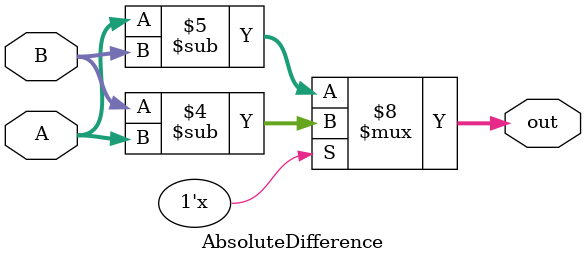
<source format=v>
`timescale 1ns / 1ps


module AbsoluteDifference(A, B, out);

    input [31:0] A, B;
    output reg [31:0] out;
    reg [31:0]  nonAbsOut;
    
    initial begin
        out <= 0;
    end

    always @ (*)    begin
        nonAbsOut <=  A - B;
        if(nonAbsOut[31] == 1'b1) begin
            out <= B - A;
       end
        else begin
            out <= A - B;
         end      
    end

endmodule

</source>
